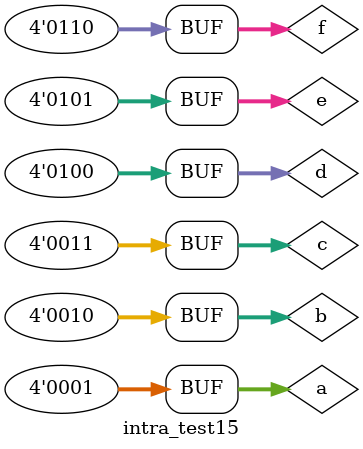
<source format=v>
module intra_test15;
	reg [3:0]a,b,c,d,e,f;
	initial 
		$monitor ($time ,"a = %d b = %d c = %d d = %d e = %d f = %d",a,b,c,d,e,f);
	initial
	begin
		a <= #2 4'd01;//1
		b <= #3 4'd02;//4
		c <= #1 4'd03;//6
	end
	initial
	begin
		 d <= #1 4'd04;//3
		 e <= #3 4'd05;//4
		 f <= #4 4'd06;//6
	end
endmodule 
</source>
